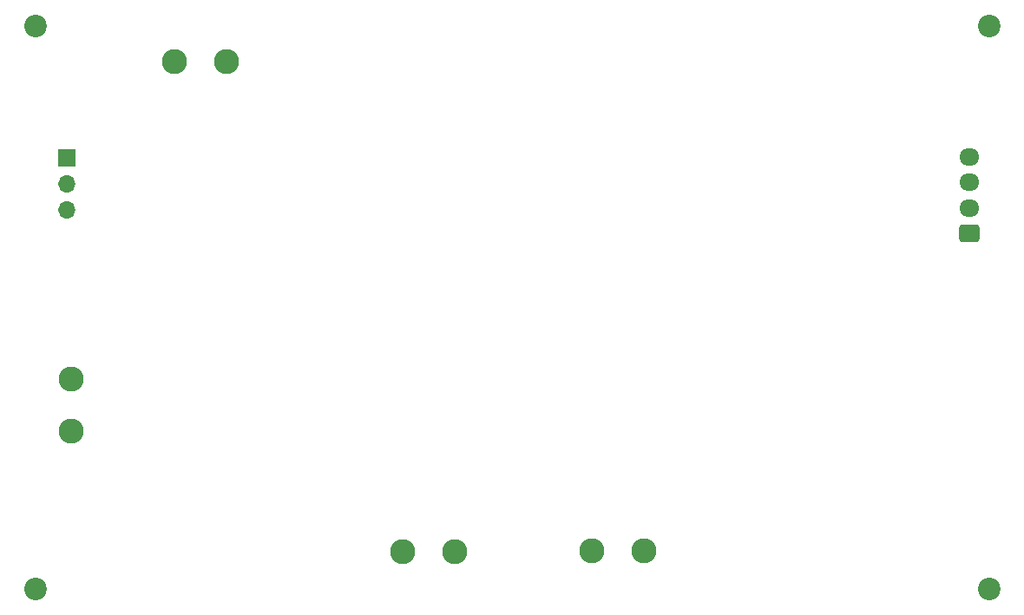
<source format=gbr>
%TF.GenerationSoftware,KiCad,Pcbnew,8.0.5*%
%TF.CreationDate,2025-03-15T22:57:07+02:00*%
%TF.ProjectId,MOSFET Controller,4d4f5346-4554-4204-936f-6e74726f6c6c,rev?*%
%TF.SameCoordinates,Original*%
%TF.FileFunction,Soldermask,Bot*%
%TF.FilePolarity,Negative*%
%FSLAX46Y46*%
G04 Gerber Fmt 4.6, Leading zero omitted, Abs format (unit mm)*
G04 Created by KiCad (PCBNEW 8.0.5) date 2025-03-15 22:57:07*
%MOMM*%
%LPD*%
G01*
G04 APERTURE LIST*
G04 Aperture macros list*
%AMRoundRect*
0 Rectangle with rounded corners*
0 $1 Rounding radius*
0 $2 $3 $4 $5 $6 $7 $8 $9 X,Y pos of 4 corners*
0 Add a 4 corners polygon primitive as box body*
4,1,4,$2,$3,$4,$5,$6,$7,$8,$9,$2,$3,0*
0 Add four circle primitives for the rounded corners*
1,1,$1+$1,$2,$3*
1,1,$1+$1,$4,$5*
1,1,$1+$1,$6,$7*
1,1,$1+$1,$8,$9*
0 Add four rect primitives between the rounded corners*
20,1,$1+$1,$2,$3,$4,$5,0*
20,1,$1+$1,$4,$5,$6,$7,0*
20,1,$1+$1,$6,$7,$8,$9,0*
20,1,$1+$1,$8,$9,$2,$3,0*%
G04 Aperture macros list end*
%ADD10C,2.200000*%
%ADD11C,2.454000*%
%ADD12R,1.700000X1.700000*%
%ADD13O,1.700000X1.700000*%
%ADD14RoundRect,0.250000X0.725000X-0.600000X0.725000X0.600000X-0.725000X0.600000X-0.725000X-0.600000X0*%
%ADD15O,1.950000X1.700000*%
G04 APERTURE END LIST*
D10*
%TO.C,H3*%
X193500000Y-127500000D03*
%TD*%
D11*
%TO.C,J4*%
X103930000Y-112050000D03*
X103930000Y-106970000D03*
%TD*%
%TO.C,J6*%
X114000000Y-76000000D03*
X119080000Y-76000000D03*
%TD*%
D10*
%TO.C,H2*%
X100500000Y-72500000D03*
%TD*%
D12*
%TO.C,J5*%
X103500000Y-85420000D03*
D13*
X103500000Y-87960000D03*
X103500000Y-90500000D03*
%TD*%
D10*
%TO.C,H1*%
X193500000Y-72500000D03*
%TD*%
D11*
%TO.C,J3*%
X141420000Y-123870000D03*
X136340000Y-123870000D03*
%TD*%
D14*
%TO.C,J1*%
X191580000Y-92800000D03*
D15*
X191580000Y-90300000D03*
X191580000Y-87800000D03*
X191580000Y-85300000D03*
%TD*%
D11*
%TO.C,J2*%
X159820000Y-123780000D03*
X154740000Y-123780000D03*
%TD*%
D10*
%TO.C,H4*%
X100500000Y-127500000D03*
%TD*%
M02*

</source>
